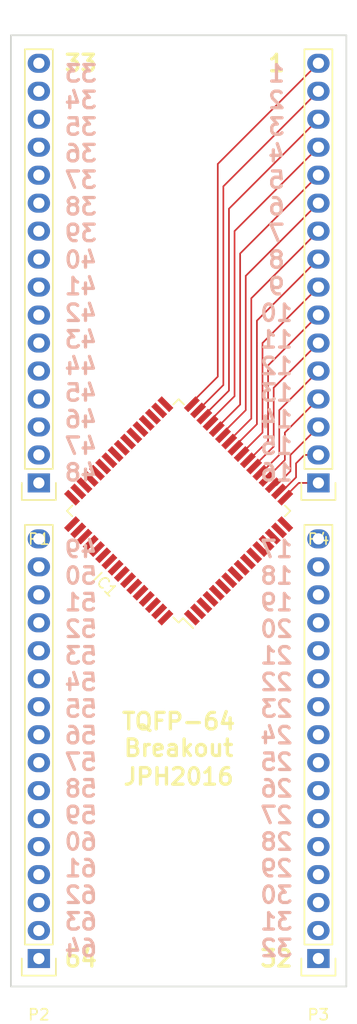
<source format=kicad_pcb>
(kicad_pcb (version 4) (host pcbnew 4.0.4-stable)

  (general
    (links 64)
    (no_connects 48)
    (area 102.87 24.13 135.89 116.84)
    (thickness 1.6)
    (drawings 15)
    (tracks 67)
    (zones 0)
    (modules 5)
    (nets 65)
  )

  (page A4)
  (layers
    (0 F.Cu signal)
    (31 B.Cu signal)
    (32 B.Adhes user)
    (33 F.Adhes user)
    (34 B.Paste user)
    (35 F.Paste user)
    (36 B.SilkS user hide)
    (37 F.SilkS user)
    (38 B.Mask user)
    (39 F.Mask user)
    (40 Dwgs.User user)
    (41 Cmts.User user)
    (42 Eco1.User user)
    (43 Eco2.User user)
    (44 Edge.Cuts user)
    (45 Margin user)
    (46 B.CrtYd user)
    (47 F.CrtYd user)
    (48 B.Fab user)
    (49 F.Fab user)
  )

  (setup
    (last_trace_width 0.1524)
    (user_trace_width 2.032)
    (trace_clearance 0.1524)
    (zone_clearance 0.508)
    (zone_45_only no)
    (trace_min 0.1524)
    (segment_width 0.2)
    (edge_width 0.15)
    (via_size 0.6858)
    (via_drill 0.3302)
    (via_min_size 0.6858)
    (via_min_drill 0.3302)
    (uvia_size 0.508)
    (uvia_drill 0.127)
    (uvias_allowed no)
    (uvia_min_size 0.508)
    (uvia_min_drill 0.127)
    (pcb_text_width 0.3)
    (pcb_text_size 1.5 1.5)
    (mod_edge_width 0.15)
    (mod_text_size 1 1)
    (mod_text_width 0.15)
    (pad_size 1.524 1.524)
    (pad_drill 0.762)
    (pad_to_mask_clearance 0.2)
    (aux_axis_origin 0 0)
    (visible_elements 7FFFFF6F)
    (pcbplotparams
      (layerselection 0x00030_80000001)
      (usegerberextensions false)
      (excludeedgelayer true)
      (linewidth 0.100000)
      (plotframeref false)
      (viasonmask false)
      (mode 1)
      (useauxorigin false)
      (hpglpennumber 1)
      (hpglpenspeed 20)
      (hpglpendiameter 15)
      (hpglpenoverlay 2)
      (psnegative false)
      (psa4output false)
      (plotreference true)
      (plotvalue true)
      (plotinvisibletext false)
      (padsonsilk false)
      (subtractmaskfromsilk false)
      (outputformat 1)
      (mirror false)
      (drillshape 1)
      (scaleselection 1)
      (outputdirectory ""))
  )

  (net 0 "")
  (net 1 /pin1)
  (net 2 /pin2)
  (net 3 /pin3)
  (net 4 /pin4)
  (net 5 /pin5)
  (net 6 /pin6)
  (net 7 /pin7)
  (net 8 /pin8)
  (net 9 /pin9)
  (net 10 /pin10)
  (net 11 /pin11)
  (net 12 /pin12)
  (net 13 /pin13)
  (net 14 /pin14)
  (net 15 /pin15)
  (net 16 /pin16)
  (net 17 /pin17)
  (net 18 /pin18)
  (net 19 /pin19)
  (net 20 /pin20)
  (net 21 /pin21)
  (net 22 /pin22)
  (net 23 /pin23)
  (net 24 /pin24)
  (net 25 /pin25)
  (net 26 /pin26)
  (net 27 /pin27)
  (net 28 /pin28)
  (net 29 /pin29)
  (net 30 /pin30)
  (net 31 /pin31)
  (net 32 /pin32)
  (net 33 /pin33)
  (net 34 /pin34)
  (net 35 /pin35)
  (net 36 /pin36)
  (net 37 /pin37)
  (net 38 /pin38)
  (net 39 /pin39)
  (net 40 /pin40)
  (net 41 /pin41)
  (net 42 /pin42)
  (net 43 /pin43)
  (net 44 /pin44)
  (net 45 /pin45)
  (net 46 /pin46)
  (net 47 /pin47)
  (net 48 /pin48)
  (net 49 /pin49)
  (net 50 /pin50)
  (net 51 /pin51)
  (net 52 /pin52)
  (net 53 /pin53)
  (net 54 /pin54)
  (net 55 /pin55)
  (net 56 /pin56)
  (net 57 /pin57)
  (net 58 /pin58)
  (net 59 /pin59)
  (net 60 /pin60)
  (net 61 /pin61)
  (net 62 /pin62)
  (net 63 /pin63)
  (net 64 /pin64)

  (net_class Default "This is the default net class."
    (clearance 0.1524)
    (trace_width 0.1524)
    (via_dia 0.6858)
    (via_drill 0.3302)
    (uvia_dia 0.508)
    (uvia_drill 0.127)
    (add_net /pin1)
    (add_net /pin10)
    (add_net /pin11)
    (add_net /pin12)
    (add_net /pin13)
    (add_net /pin14)
    (add_net /pin15)
    (add_net /pin16)
    (add_net /pin17)
    (add_net /pin18)
    (add_net /pin19)
    (add_net /pin2)
    (add_net /pin20)
    (add_net /pin21)
    (add_net /pin22)
    (add_net /pin23)
    (add_net /pin24)
    (add_net /pin25)
    (add_net /pin26)
    (add_net /pin27)
    (add_net /pin28)
    (add_net /pin29)
    (add_net /pin3)
    (add_net /pin30)
    (add_net /pin31)
    (add_net /pin32)
    (add_net /pin33)
    (add_net /pin34)
    (add_net /pin35)
    (add_net /pin36)
    (add_net /pin37)
    (add_net /pin38)
    (add_net /pin39)
    (add_net /pin4)
    (add_net /pin40)
    (add_net /pin41)
    (add_net /pin42)
    (add_net /pin43)
    (add_net /pin44)
    (add_net /pin45)
    (add_net /pin46)
    (add_net /pin47)
    (add_net /pin48)
    (add_net /pin49)
    (add_net /pin5)
    (add_net /pin50)
    (add_net /pin51)
    (add_net /pin52)
    (add_net /pin53)
    (add_net /pin54)
    (add_net /pin55)
    (add_net /pin56)
    (add_net /pin57)
    (add_net /pin58)
    (add_net /pin59)
    (add_net /pin6)
    (add_net /pin60)
    (add_net /pin61)
    (add_net /pin62)
    (add_net /pin63)
    (add_net /pin64)
    (add_net /pin7)
    (add_net /pin8)
    (add_net /pin9)
  )

  (module kicadlib:AT90USB1286_TQFP_14mm (layer F.Cu) (tedit 54130A77) (tstamp 5846F69A)
    (at 119.38 71.12 135)
    (descr "64-Lead Plastic Thin Quad Flatpack (PF) - 14x14x1 mm Body, 2.00 mm [TQFP] (see Microchip Packaging Specification 00000049BS.pdf)")
    (tags "QFP 0.8")
    (path /5846FA34)
    (attr smd)
    (fp_text reference IC1 (at 0 -9.45 135) (layer F.SilkS)
      (effects (font (size 1 1) (thickness 0.15)))
    )
    (fp_text value AT90USB1286 (at 0 9.45 135) (layer F.Fab)
      (effects (font (size 1 1) (thickness 0.15)))
    )
    (fp_text user %R (at 0 0 135) (layer F.Fab)
      (effects (font (size 1 1) (thickness 0.15)))
    )
    (fp_line (start -6 -7) (end 7 -7) (layer F.Fab) (width 0.15))
    (fp_line (start 7 -7) (end 7 7) (layer F.Fab) (width 0.15))
    (fp_line (start 7 7) (end -7 7) (layer F.Fab) (width 0.15))
    (fp_line (start -7 7) (end -7 -6) (layer F.Fab) (width 0.15))
    (fp_line (start -7 -6) (end -6 -7) (layer F.Fab) (width 0.15))
    (fp_line (start -8.7 -8.7) (end -8.7 8.7) (layer F.CrtYd) (width 0.05))
    (fp_line (start 8.7 -8.7) (end 8.7 8.7) (layer F.CrtYd) (width 0.05))
    (fp_line (start -8.7 -8.7) (end 8.7 -8.7) (layer F.CrtYd) (width 0.05))
    (fp_line (start -8.7 8.7) (end 8.7 8.7) (layer F.CrtYd) (width 0.05))
    (fp_line (start -7.175 -7.175) (end -7.175 -6.6) (layer F.SilkS) (width 0.15))
    (fp_line (start 7.175 -7.175) (end 7.175 -6.5) (layer F.SilkS) (width 0.15))
    (fp_line (start 7.175 7.175) (end 7.175 6.5) (layer F.SilkS) (width 0.15))
    (fp_line (start -7.175 7.175) (end -7.175 6.5) (layer F.SilkS) (width 0.15))
    (fp_line (start -7.175 -7.175) (end -6.5 -7.175) (layer F.SilkS) (width 0.15))
    (fp_line (start -7.175 7.175) (end -6.5 7.175) (layer F.SilkS) (width 0.15))
    (fp_line (start 7.175 7.175) (end 6.5 7.175) (layer F.SilkS) (width 0.15))
    (fp_line (start 7.175 -7.175) (end 6.5 -7.175) (layer F.SilkS) (width 0.15))
    (fp_line (start -7.175 -6.6) (end -8.45 -6.6) (layer F.SilkS) (width 0.15))
    (pad 1 smd rect (at -7.7 -6 135) (size 1.5 0.55) (layers F.Cu F.Paste F.Mask)
      (net 1 /pin1))
    (pad 2 smd rect (at -7.7 -5.2 135) (size 1.5 0.55) (layers F.Cu F.Paste F.Mask)
      (net 2 /pin2))
    (pad 3 smd rect (at -7.7 -4.4 135) (size 1.5 0.55) (layers F.Cu F.Paste F.Mask)
      (net 3 /pin3))
    (pad 4 smd rect (at -7.7 -3.6 135) (size 1.5 0.55) (layers F.Cu F.Paste F.Mask)
      (net 4 /pin4))
    (pad 5 smd rect (at -7.7 -2.8 135) (size 1.5 0.55) (layers F.Cu F.Paste F.Mask)
      (net 5 /pin5))
    (pad 6 smd rect (at -7.7 -2 135) (size 1.5 0.55) (layers F.Cu F.Paste F.Mask)
      (net 6 /pin6))
    (pad 7 smd rect (at -7.7 -1.2 135) (size 1.5 0.55) (layers F.Cu F.Paste F.Mask)
      (net 7 /pin7))
    (pad 8 smd rect (at -7.7 -0.4 135) (size 1.5 0.55) (layers F.Cu F.Paste F.Mask)
      (net 8 /pin8))
    (pad 9 smd rect (at -7.7 0.4 135) (size 1.5 0.55) (layers F.Cu F.Paste F.Mask)
      (net 9 /pin9))
    (pad 10 smd rect (at -7.7 1.2 135) (size 1.5 0.55) (layers F.Cu F.Paste F.Mask)
      (net 10 /pin10))
    (pad 11 smd rect (at -7.7 2 135) (size 1.5 0.55) (layers F.Cu F.Paste F.Mask)
      (net 11 /pin11))
    (pad 12 smd rect (at -7.7 2.8 135) (size 1.5 0.55) (layers F.Cu F.Paste F.Mask)
      (net 12 /pin12))
    (pad 13 smd rect (at -7.7 3.6 135) (size 1.5 0.55) (layers F.Cu F.Paste F.Mask)
      (net 13 /pin13))
    (pad 14 smd rect (at -7.7 4.4 135) (size 1.5 0.55) (layers F.Cu F.Paste F.Mask)
      (net 14 /pin14))
    (pad 15 smd rect (at -7.7 5.2 135) (size 1.5 0.55) (layers F.Cu F.Paste F.Mask)
      (net 15 /pin15))
    (pad 16 smd rect (at -7.7 6 135) (size 1.5 0.55) (layers F.Cu F.Paste F.Mask)
      (net 16 /pin16))
    (pad 17 smd rect (at -6 7.7 225) (size 1.5 0.55) (layers F.Cu F.Paste F.Mask)
      (net 17 /pin17))
    (pad 18 smd rect (at -5.2 7.7 225) (size 1.5 0.55) (layers F.Cu F.Paste F.Mask)
      (net 18 /pin18))
    (pad 19 smd rect (at -4.4 7.7 225) (size 1.5 0.55) (layers F.Cu F.Paste F.Mask)
      (net 19 /pin19))
    (pad 20 smd rect (at -3.6 7.7 225) (size 1.5 0.55) (layers F.Cu F.Paste F.Mask)
      (net 20 /pin20))
    (pad 21 smd rect (at -2.8 7.7 225) (size 1.5 0.55) (layers F.Cu F.Paste F.Mask)
      (net 21 /pin21))
    (pad 22 smd rect (at -2 7.7 225) (size 1.5 0.55) (layers F.Cu F.Paste F.Mask)
      (net 22 /pin22))
    (pad 23 smd rect (at -1.2 7.7 225) (size 1.5 0.55) (layers F.Cu F.Paste F.Mask)
      (net 23 /pin23))
    (pad 24 smd rect (at -0.4 7.7 225) (size 1.5 0.55) (layers F.Cu F.Paste F.Mask)
      (net 24 /pin24))
    (pad 25 smd rect (at 0.4 7.7 225) (size 1.5 0.55) (layers F.Cu F.Paste F.Mask)
      (net 25 /pin25))
    (pad 26 smd rect (at 1.2 7.7 225) (size 1.5 0.55) (layers F.Cu F.Paste F.Mask)
      (net 26 /pin26))
    (pad 27 smd rect (at 2 7.7 225) (size 1.5 0.55) (layers F.Cu F.Paste F.Mask)
      (net 27 /pin27))
    (pad 28 smd rect (at 2.8 7.7 225) (size 1.5 0.55) (layers F.Cu F.Paste F.Mask)
      (net 28 /pin28))
    (pad 29 smd rect (at 3.6 7.7 225) (size 1.5 0.55) (layers F.Cu F.Paste F.Mask)
      (net 29 /pin29))
    (pad 30 smd rect (at 4.4 7.7 225) (size 1.5 0.55) (layers F.Cu F.Paste F.Mask)
      (net 30 /pin30))
    (pad 31 smd rect (at 5.2 7.7 225) (size 1.5 0.55) (layers F.Cu F.Paste F.Mask)
      (net 31 /pin31))
    (pad 32 smd rect (at 6 7.7 225) (size 1.5 0.55) (layers F.Cu F.Paste F.Mask)
      (net 32 /pin32))
    (pad 33 smd rect (at 7.7 6 135) (size 1.5 0.55) (layers F.Cu F.Paste F.Mask)
      (net 33 /pin33))
    (pad 34 smd rect (at 7.7 5.2 135) (size 1.5 0.55) (layers F.Cu F.Paste F.Mask)
      (net 34 /pin34))
    (pad 35 smd rect (at 7.7 4.4 135) (size 1.5 0.55) (layers F.Cu F.Paste F.Mask)
      (net 35 /pin35))
    (pad 36 smd rect (at 7.7 3.6 135) (size 1.5 0.55) (layers F.Cu F.Paste F.Mask)
      (net 36 /pin36))
    (pad 37 smd rect (at 7.7 2.8 135) (size 1.5 0.55) (layers F.Cu F.Paste F.Mask)
      (net 37 /pin37))
    (pad 38 smd rect (at 7.7 2 135) (size 1.5 0.55) (layers F.Cu F.Paste F.Mask)
      (net 38 /pin38))
    (pad 39 smd rect (at 7.7 1.2 135) (size 1.5 0.55) (layers F.Cu F.Paste F.Mask)
      (net 39 /pin39))
    (pad 40 smd rect (at 7.7 0.4 135) (size 1.5 0.55) (layers F.Cu F.Paste F.Mask)
      (net 40 /pin40))
    (pad 41 smd rect (at 7.7 -0.4 135) (size 1.5 0.55) (layers F.Cu F.Paste F.Mask)
      (net 41 /pin41))
    (pad 42 smd rect (at 7.7 -1.2 135) (size 1.5 0.55) (layers F.Cu F.Paste F.Mask)
      (net 42 /pin42))
    (pad 43 smd rect (at 7.7 -2 135) (size 1.5 0.55) (layers F.Cu F.Paste F.Mask)
      (net 43 /pin43))
    (pad 44 smd rect (at 7.7 -2.8 135) (size 1.5 0.55) (layers F.Cu F.Paste F.Mask)
      (net 44 /pin44))
    (pad 45 smd rect (at 7.7 -3.6 135) (size 1.5 0.55) (layers F.Cu F.Paste F.Mask)
      (net 45 /pin45))
    (pad 46 smd rect (at 7.7 -4.4 135) (size 1.5 0.55) (layers F.Cu F.Paste F.Mask)
      (net 46 /pin46))
    (pad 47 smd rect (at 7.7 -5.2 135) (size 1.5 0.55) (layers F.Cu F.Paste F.Mask)
      (net 47 /pin47))
    (pad 48 smd rect (at 7.7 -6 135) (size 1.5 0.55) (layers F.Cu F.Paste F.Mask)
      (net 48 /pin48))
    (pad 49 smd rect (at 6 -7.7 225) (size 1.5 0.55) (layers F.Cu F.Paste F.Mask)
      (net 49 /pin49))
    (pad 50 smd rect (at 5.2 -7.7 225) (size 1.5 0.55) (layers F.Cu F.Paste F.Mask)
      (net 50 /pin50))
    (pad 51 smd rect (at 4.4 -7.7 225) (size 1.5 0.55) (layers F.Cu F.Paste F.Mask)
      (net 51 /pin51))
    (pad 52 smd rect (at 3.6 -7.7 225) (size 1.5 0.55) (layers F.Cu F.Paste F.Mask)
      (net 52 /pin52))
    (pad 53 smd rect (at 2.8 -7.7 225) (size 1.5 0.55) (layers F.Cu F.Paste F.Mask)
      (net 53 /pin53))
    (pad 54 smd rect (at 2 -7.7 225) (size 1.5 0.55) (layers F.Cu F.Paste F.Mask)
      (net 54 /pin54))
    (pad 55 smd rect (at 1.2 -7.7 225) (size 1.5 0.55) (layers F.Cu F.Paste F.Mask)
      (net 55 /pin55))
    (pad 56 smd rect (at 0.4 -7.7 225) (size 1.5 0.55) (layers F.Cu F.Paste F.Mask)
      (net 56 /pin56))
    (pad 57 smd rect (at -0.4 -7.7 225) (size 1.5 0.55) (layers F.Cu F.Paste F.Mask)
      (net 57 /pin57))
    (pad 58 smd rect (at -1.2 -7.7 225) (size 1.5 0.55) (layers F.Cu F.Paste F.Mask)
      (net 58 /pin58))
    (pad 59 smd rect (at -2 -7.7 225) (size 1.5 0.55) (layers F.Cu F.Paste F.Mask)
      (net 59 /pin59))
    (pad 60 smd rect (at -2.8 -7.7 225) (size 1.5 0.55) (layers F.Cu F.Paste F.Mask)
      (net 60 /pin60))
    (pad 61 smd rect (at -3.6 -7.7 225) (size 1.5 0.55) (layers F.Cu F.Paste F.Mask)
      (net 61 /pin61))
    (pad 62 smd rect (at -4.4 -7.7 225) (size 1.5 0.55) (layers F.Cu F.Paste F.Mask)
      (net 62 /pin62))
    (pad 63 smd rect (at -5.2 -7.7 225) (size 1.5 0.55) (layers F.Cu F.Paste F.Mask)
      (net 63 /pin63))
    (pad 64 smd rect (at -6 -7.7 225) (size 1.5 0.55) (layers F.Cu F.Paste F.Mask)
      (net 64 /pin64))
    (model Housings_QFP.3dshapes/TQFP-64_14x14mm_Pitch0.8mm.wrl
      (at (xyz 0 0 0))
      (scale (xyz 1 1 1))
      (rotate (xyz 0 0 0))
    )
  )

  (module Pin_Headers:Pin_Header_Straight_1x16 (layer F.Cu) (tedit 5846F749) (tstamp 5846F9F4)
    (at 106.68 68.58 180)
    (descr "Through hole pin header")
    (tags "pin header")
    (path /58470D5C)
    (fp_text reference P1 (at 0 -5.1 180) (layer F.SilkS)
      (effects (font (size 1 1) (thickness 0.15)))
    )
    (fp_text value CONN_16 (at 0 -2.54 360) (layer F.Fab)
      (effects (font (size 1 1) (thickness 0.15)))
    )
    (fp_line (start -1.75 -1.75) (end -1.75 39.85) (layer F.CrtYd) (width 0.05))
    (fp_line (start 1.75 -1.75) (end 1.75 39.85) (layer F.CrtYd) (width 0.05))
    (fp_line (start -1.75 -1.75) (end 1.75 -1.75) (layer F.CrtYd) (width 0.05))
    (fp_line (start -1.75 39.85) (end 1.75 39.85) (layer F.CrtYd) (width 0.05))
    (fp_line (start -1.27 1.27) (end -1.27 39.37) (layer F.SilkS) (width 0.15))
    (fp_line (start -1.27 39.37) (end 1.27 39.37) (layer F.SilkS) (width 0.15))
    (fp_line (start 1.27 39.37) (end 1.27 1.27) (layer F.SilkS) (width 0.15))
    (fp_line (start 1.55 -1.55) (end 1.55 0) (layer F.SilkS) (width 0.15))
    (fp_line (start 1.27 1.27) (end -1.27 1.27) (layer F.SilkS) (width 0.15))
    (fp_line (start -1.55 0) (end -1.55 -1.55) (layer F.SilkS) (width 0.15))
    (fp_line (start -1.55 -1.55) (end 1.55 -1.55) (layer F.SilkS) (width 0.15))
    (pad 1 thru_hole rect (at 0 0 180) (size 2.032 1.7272) (drill 1.016) (layers *.Cu *.Mask)
      (net 48 /pin48))
    (pad 2 thru_hole oval (at 0 2.54 180) (size 2.032 1.7272) (drill 1.016) (layers *.Cu *.Mask)
      (net 47 /pin47))
    (pad 3 thru_hole oval (at 0 5.08 180) (size 2.032 1.7272) (drill 1.016) (layers *.Cu *.Mask)
      (net 46 /pin46))
    (pad 4 thru_hole oval (at 0 7.62 180) (size 2.032 1.7272) (drill 1.016) (layers *.Cu *.Mask)
      (net 45 /pin45))
    (pad 5 thru_hole oval (at 0 10.16 180) (size 2.032 1.7272) (drill 1.016) (layers *.Cu *.Mask)
      (net 44 /pin44))
    (pad 6 thru_hole oval (at 0 12.7 180) (size 2.032 1.7272) (drill 1.016) (layers *.Cu *.Mask)
      (net 43 /pin43))
    (pad 7 thru_hole oval (at 0 15.24 180) (size 2.032 1.7272) (drill 1.016) (layers *.Cu *.Mask)
      (net 42 /pin42))
    (pad 8 thru_hole oval (at 0 17.78 180) (size 2.032 1.7272) (drill 1.016) (layers *.Cu *.Mask)
      (net 41 /pin41))
    (pad 9 thru_hole oval (at 0 20.32 180) (size 2.032 1.7272) (drill 1.016) (layers *.Cu *.Mask)
      (net 40 /pin40))
    (pad 10 thru_hole oval (at 0 22.86 180) (size 2.032 1.7272) (drill 1.016) (layers *.Cu *.Mask)
      (net 39 /pin39))
    (pad 11 thru_hole oval (at 0 25.4 180) (size 2.032 1.7272) (drill 1.016) (layers *.Cu *.Mask)
      (net 38 /pin38))
    (pad 12 thru_hole oval (at 0 27.94 180) (size 2.032 1.7272) (drill 1.016) (layers *.Cu *.Mask)
      (net 37 /pin37))
    (pad 13 thru_hole oval (at 0 30.48 180) (size 2.032 1.7272) (drill 1.016) (layers *.Cu *.Mask)
      (net 36 /pin36))
    (pad 14 thru_hole oval (at 0 33.02 180) (size 2.032 1.7272) (drill 1.016) (layers *.Cu *.Mask)
      (net 35 /pin35))
    (pad 15 thru_hole oval (at 0 35.56 180) (size 2.032 1.7272) (drill 1.016) (layers *.Cu *.Mask)
      (net 34 /pin34))
    (pad 16 thru_hole oval (at 0 38.1 180) (size 2.032 1.7272) (drill 1.016) (layers *.Cu *.Mask)
      (net 33 /pin33))
    (model Pin_Headers.3dshapes/Pin_Header_Straight_1x16.wrl
      (at (xyz 0 -0.75 0))
      (scale (xyz 1 1 1))
      (rotate (xyz 0 0 90))
    )
  )

  (module Pin_Headers:Pin_Header_Straight_1x16 (layer F.Cu) (tedit 0) (tstamp 5846FA08)
    (at 106.68 111.76 180)
    (descr "Through hole pin header")
    (tags "pin header")
    (path /58470D8D)
    (fp_text reference P2 (at 0 -5.1 180) (layer F.SilkS)
      (effects (font (size 1 1) (thickness 0.15)))
    )
    (fp_text value CONN_16 (at 0 -3.1 180) (layer F.Fab)
      (effects (font (size 1 1) (thickness 0.15)))
    )
    (fp_line (start -1.75 -1.75) (end -1.75 39.85) (layer F.CrtYd) (width 0.05))
    (fp_line (start 1.75 -1.75) (end 1.75 39.85) (layer F.CrtYd) (width 0.05))
    (fp_line (start -1.75 -1.75) (end 1.75 -1.75) (layer F.CrtYd) (width 0.05))
    (fp_line (start -1.75 39.85) (end 1.75 39.85) (layer F.CrtYd) (width 0.05))
    (fp_line (start -1.27 1.27) (end -1.27 39.37) (layer F.SilkS) (width 0.15))
    (fp_line (start -1.27 39.37) (end 1.27 39.37) (layer F.SilkS) (width 0.15))
    (fp_line (start 1.27 39.37) (end 1.27 1.27) (layer F.SilkS) (width 0.15))
    (fp_line (start 1.55 -1.55) (end 1.55 0) (layer F.SilkS) (width 0.15))
    (fp_line (start 1.27 1.27) (end -1.27 1.27) (layer F.SilkS) (width 0.15))
    (fp_line (start -1.55 0) (end -1.55 -1.55) (layer F.SilkS) (width 0.15))
    (fp_line (start -1.55 -1.55) (end 1.55 -1.55) (layer F.SilkS) (width 0.15))
    (pad 1 thru_hole rect (at 0 0 180) (size 2.032 1.7272) (drill 1.016) (layers *.Cu *.Mask)
      (net 64 /pin64))
    (pad 2 thru_hole oval (at 0 2.54 180) (size 2.032 1.7272) (drill 1.016) (layers *.Cu *.Mask)
      (net 63 /pin63))
    (pad 3 thru_hole oval (at 0 5.08 180) (size 2.032 1.7272) (drill 1.016) (layers *.Cu *.Mask)
      (net 62 /pin62))
    (pad 4 thru_hole oval (at 0 7.62 180) (size 2.032 1.7272) (drill 1.016) (layers *.Cu *.Mask)
      (net 61 /pin61))
    (pad 5 thru_hole oval (at 0 10.16 180) (size 2.032 1.7272) (drill 1.016) (layers *.Cu *.Mask)
      (net 60 /pin60))
    (pad 6 thru_hole oval (at 0 12.7 180) (size 2.032 1.7272) (drill 1.016) (layers *.Cu *.Mask)
      (net 59 /pin59))
    (pad 7 thru_hole oval (at 0 15.24 180) (size 2.032 1.7272) (drill 1.016) (layers *.Cu *.Mask)
      (net 58 /pin58))
    (pad 8 thru_hole oval (at 0 17.78 180) (size 2.032 1.7272) (drill 1.016) (layers *.Cu *.Mask)
      (net 57 /pin57))
    (pad 9 thru_hole oval (at 0 20.32 180) (size 2.032 1.7272) (drill 1.016) (layers *.Cu *.Mask)
      (net 56 /pin56))
    (pad 10 thru_hole oval (at 0 22.86 180) (size 2.032 1.7272) (drill 1.016) (layers *.Cu *.Mask)
      (net 55 /pin55))
    (pad 11 thru_hole oval (at 0 25.4 180) (size 2.032 1.7272) (drill 1.016) (layers *.Cu *.Mask)
      (net 54 /pin54))
    (pad 12 thru_hole oval (at 0 27.94 180) (size 2.032 1.7272) (drill 1.016) (layers *.Cu *.Mask)
      (net 53 /pin53))
    (pad 13 thru_hole oval (at 0 30.48 180) (size 2.032 1.7272) (drill 1.016) (layers *.Cu *.Mask)
      (net 52 /pin52))
    (pad 14 thru_hole oval (at 0 33.02 180) (size 2.032 1.7272) (drill 1.016) (layers *.Cu *.Mask)
      (net 51 /pin51))
    (pad 15 thru_hole oval (at 0 35.56 180) (size 2.032 1.7272) (drill 1.016) (layers *.Cu *.Mask)
      (net 50 /pin50))
    (pad 16 thru_hole oval (at 0 38.1 180) (size 2.032 1.7272) (drill 1.016) (layers *.Cu *.Mask)
      (net 49 /pin49))
    (model Pin_Headers.3dshapes/Pin_Header_Straight_1x16.wrl
      (at (xyz 0 -0.75 0))
      (scale (xyz 1 1 1))
      (rotate (xyz 0 0 90))
    )
  )

  (module Pin_Headers:Pin_Header_Straight_1x16 (layer F.Cu) (tedit 0) (tstamp 5846FA1C)
    (at 132.08 111.76 180)
    (descr "Through hole pin header")
    (tags "pin header")
    (path /58470DD0)
    (fp_text reference P3 (at 0 -5.1 180) (layer F.SilkS)
      (effects (font (size 1 1) (thickness 0.15)))
    )
    (fp_text value CONN_16 (at 0 -3.1 180) (layer F.Fab)
      (effects (font (size 1 1) (thickness 0.15)))
    )
    (fp_line (start -1.75 -1.75) (end -1.75 39.85) (layer F.CrtYd) (width 0.05))
    (fp_line (start 1.75 -1.75) (end 1.75 39.85) (layer F.CrtYd) (width 0.05))
    (fp_line (start -1.75 -1.75) (end 1.75 -1.75) (layer F.CrtYd) (width 0.05))
    (fp_line (start -1.75 39.85) (end 1.75 39.85) (layer F.CrtYd) (width 0.05))
    (fp_line (start -1.27 1.27) (end -1.27 39.37) (layer F.SilkS) (width 0.15))
    (fp_line (start -1.27 39.37) (end 1.27 39.37) (layer F.SilkS) (width 0.15))
    (fp_line (start 1.27 39.37) (end 1.27 1.27) (layer F.SilkS) (width 0.15))
    (fp_line (start 1.55 -1.55) (end 1.55 0) (layer F.SilkS) (width 0.15))
    (fp_line (start 1.27 1.27) (end -1.27 1.27) (layer F.SilkS) (width 0.15))
    (fp_line (start -1.55 0) (end -1.55 -1.55) (layer F.SilkS) (width 0.15))
    (fp_line (start -1.55 -1.55) (end 1.55 -1.55) (layer F.SilkS) (width 0.15))
    (pad 1 thru_hole rect (at 0 0 180) (size 2.032 1.7272) (drill 1.016) (layers *.Cu *.Mask)
      (net 1 /pin1))
    (pad 2 thru_hole oval (at 0 2.54 180) (size 2.032 1.7272) (drill 1.016) (layers *.Cu *.Mask)
      (net 2 /pin2))
    (pad 3 thru_hole oval (at 0 5.08 180) (size 2.032 1.7272) (drill 1.016) (layers *.Cu *.Mask)
      (net 3 /pin3))
    (pad 4 thru_hole oval (at 0 7.62 180) (size 2.032 1.7272) (drill 1.016) (layers *.Cu *.Mask)
      (net 4 /pin4))
    (pad 5 thru_hole oval (at 0 10.16 180) (size 2.032 1.7272) (drill 1.016) (layers *.Cu *.Mask)
      (net 5 /pin5))
    (pad 6 thru_hole oval (at 0 12.7 180) (size 2.032 1.7272) (drill 1.016) (layers *.Cu *.Mask)
      (net 6 /pin6))
    (pad 7 thru_hole oval (at 0 15.24 180) (size 2.032 1.7272) (drill 1.016) (layers *.Cu *.Mask)
      (net 7 /pin7))
    (pad 8 thru_hole oval (at 0 17.78 180) (size 2.032 1.7272) (drill 1.016) (layers *.Cu *.Mask)
      (net 8 /pin8))
    (pad 9 thru_hole oval (at 0 20.32 180) (size 2.032 1.7272) (drill 1.016) (layers *.Cu *.Mask)
      (net 9 /pin9))
    (pad 10 thru_hole oval (at 0 22.86 180) (size 2.032 1.7272) (drill 1.016) (layers *.Cu *.Mask)
      (net 10 /pin10))
    (pad 11 thru_hole oval (at 0 25.4 180) (size 2.032 1.7272) (drill 1.016) (layers *.Cu *.Mask)
      (net 11 /pin11))
    (pad 12 thru_hole oval (at 0 27.94 180) (size 2.032 1.7272) (drill 1.016) (layers *.Cu *.Mask)
      (net 12 /pin12))
    (pad 13 thru_hole oval (at 0 30.48 180) (size 2.032 1.7272) (drill 1.016) (layers *.Cu *.Mask)
      (net 13 /pin13))
    (pad 14 thru_hole oval (at 0 33.02 180) (size 2.032 1.7272) (drill 1.016) (layers *.Cu *.Mask)
      (net 14 /pin14))
    (pad 15 thru_hole oval (at 0 35.56 180) (size 2.032 1.7272) (drill 1.016) (layers *.Cu *.Mask)
      (net 15 /pin15))
    (pad 16 thru_hole oval (at 0 38.1 180) (size 2.032 1.7272) (drill 1.016) (layers *.Cu *.Mask)
      (net 16 /pin16))
    (model Pin_Headers.3dshapes/Pin_Header_Straight_1x16.wrl
      (at (xyz 0 -0.75 0))
      (scale (xyz 1 1 1))
      (rotate (xyz 0 0 90))
    )
  )

  (module Pin_Headers:Pin_Header_Straight_1x16 (layer F.Cu) (tedit 0) (tstamp 5846FA30)
    (at 132.08 68.58 180)
    (descr "Through hole pin header")
    (tags "pin header")
    (path /58470E26)
    (fp_text reference P4 (at 0 -5.1 180) (layer F.SilkS)
      (effects (font (size 1 1) (thickness 0.15)))
    )
    (fp_text value CONN_16 (at 0 -3.1 180) (layer F.Fab)
      (effects (font (size 1 1) (thickness 0.15)))
    )
    (fp_line (start -1.75 -1.75) (end -1.75 39.85) (layer F.CrtYd) (width 0.05))
    (fp_line (start 1.75 -1.75) (end 1.75 39.85) (layer F.CrtYd) (width 0.05))
    (fp_line (start -1.75 -1.75) (end 1.75 -1.75) (layer F.CrtYd) (width 0.05))
    (fp_line (start -1.75 39.85) (end 1.75 39.85) (layer F.CrtYd) (width 0.05))
    (fp_line (start -1.27 1.27) (end -1.27 39.37) (layer F.SilkS) (width 0.15))
    (fp_line (start -1.27 39.37) (end 1.27 39.37) (layer F.SilkS) (width 0.15))
    (fp_line (start 1.27 39.37) (end 1.27 1.27) (layer F.SilkS) (width 0.15))
    (fp_line (start 1.55 -1.55) (end 1.55 0) (layer F.SilkS) (width 0.15))
    (fp_line (start 1.27 1.27) (end -1.27 1.27) (layer F.SilkS) (width 0.15))
    (fp_line (start -1.55 0) (end -1.55 -1.55) (layer F.SilkS) (width 0.15))
    (fp_line (start -1.55 -1.55) (end 1.55 -1.55) (layer F.SilkS) (width 0.15))
    (pad 1 thru_hole rect (at 0 0 180) (size 2.032 1.7272) (drill 1.016) (layers *.Cu *.Mask)
      (net 17 /pin17))
    (pad 2 thru_hole oval (at 0 2.54 180) (size 2.032 1.7272) (drill 1.016) (layers *.Cu *.Mask)
      (net 18 /pin18))
    (pad 3 thru_hole oval (at 0 5.08 180) (size 2.032 1.7272) (drill 1.016) (layers *.Cu *.Mask)
      (net 19 /pin19))
    (pad 4 thru_hole oval (at 0 7.62 180) (size 2.032 1.7272) (drill 1.016) (layers *.Cu *.Mask)
      (net 20 /pin20))
    (pad 5 thru_hole oval (at 0 10.16 180) (size 2.032 1.7272) (drill 1.016) (layers *.Cu *.Mask)
      (net 21 /pin21))
    (pad 6 thru_hole oval (at 0 12.7 180) (size 2.032 1.7272) (drill 1.016) (layers *.Cu *.Mask)
      (net 22 /pin22))
    (pad 7 thru_hole oval (at 0 15.24 180) (size 2.032 1.7272) (drill 1.016) (layers *.Cu *.Mask)
      (net 23 /pin23))
    (pad 8 thru_hole oval (at 0 17.78 180) (size 2.032 1.7272) (drill 1.016) (layers *.Cu *.Mask)
      (net 24 /pin24))
    (pad 9 thru_hole oval (at 0 20.32 180) (size 2.032 1.7272) (drill 1.016) (layers *.Cu *.Mask)
      (net 25 /pin25))
    (pad 10 thru_hole oval (at 0 22.86 180) (size 2.032 1.7272) (drill 1.016) (layers *.Cu *.Mask)
      (net 26 /pin26))
    (pad 11 thru_hole oval (at 0 25.4 180) (size 2.032 1.7272) (drill 1.016) (layers *.Cu *.Mask)
      (net 27 /pin27))
    (pad 12 thru_hole oval (at 0 27.94 180) (size 2.032 1.7272) (drill 1.016) (layers *.Cu *.Mask)
      (net 28 /pin28))
    (pad 13 thru_hole oval (at 0 30.48 180) (size 2.032 1.7272) (drill 1.016) (layers *.Cu *.Mask)
      (net 29 /pin29))
    (pad 14 thru_hole oval (at 0 33.02 180) (size 2.032 1.7272) (drill 1.016) (layers *.Cu *.Mask)
      (net 30 /pin30))
    (pad 15 thru_hole oval (at 0 35.56 180) (size 2.032 1.7272) (drill 1.016) (layers *.Cu *.Mask)
      (net 31 /pin31))
    (pad 16 thru_hole oval (at 0 38.1 180) (size 2.032 1.7272) (drill 1.016) (layers *.Cu *.Mask)
      (net 32 /pin32))
    (model Pin_Headers.3dshapes/Pin_Header_Straight_1x16.wrl
      (at (xyz 0 -0.75 0))
      (scale (xyz 1 1 1))
      (rotate (xyz 0 0 90))
    )
  )

  (gr_line (start 104.14 114.3) (end 104.14 27.94) (angle 90) (layer Edge.Cuts) (width 0.15))
  (gr_line (start 134.62 114.3) (end 104.14 114.3) (angle 90) (layer Edge.Cuts) (width 0.15))
  (gr_line (start 134.62 27.94) (end 134.62 114.3) (angle 90) (layer Edge.Cuts) (width 0.15))
  (gr_line (start 104.14 27.94) (end 134.62 27.94) (angle 90) (layer Edge.Cuts) (width 0.15))
  (gr_text JPH2016 (at 119.38 95.25) (layer F.SilkS)
    (effects (font (size 1.5 1.5) (thickness 0.3)))
  )
  (gr_text "TQFP-64\nBreakout" (at 119.38 91.44) (layer F.SilkS)
    (effects (font (size 1.5 1.5) (thickness 0.3)))
  )
  (gr_text 64 (at 110.49 111.76) (layer F.SilkS)
    (effects (font (size 1.5 1.5) (thickness 0.3)))
  )
  (gr_text 32 (at 128.27 111.76) (layer F.SilkS)
    (effects (font (size 1.5 1.5) (thickness 0.3)))
  )
  (gr_text 33 (at 110.49 30.48) (layer F.SilkS)
    (effects (font (size 1.5 1.5) (thickness 0.3)))
  )
  (gr_text 1 (at 128.27 30.48) (layer F.SilkS)
    (effects (font (size 1.5 1.5) (thickness 0.3)))
  )
  (gr_text "49\n50\n51\n52\n53\n54\n55\n56\n57\n58\n59\n60\n61\n62\n63\n64" (at 110.49 92.71) (layer B.SilkS)
    (effects (font (size 1.5 1.5) (thickness 0.3)) (justify mirror))
  )
  (gr_text "33\n34\n35\n36\n37\n38\n39\n40\n41\n42\n43\n44\n45\n46\n47\n48" (at 110.49 49.53) (layer B.SilkS)
    (effects (font (size 1.5 1.5) (thickness 0.3)) (justify mirror))
  )
  (gr_text "17\n18\n19\n20\n21\n22\n23\n24\n25\n26\n27\n28\n29\n30\n31\n32" (at 128.27 92.71) (layer B.SilkS)
    (effects (font (size 1.5 1.5) (thickness 0.3)) (justify mirror))
  )
  (gr_text "1\n2\n3\n4\n5\n6\n7\n8\n9\n10\n11\n12\n13\n14\n15\n16" (at 128.27 49.53) (layer B.SilkS)
    (effects (font (size 1.5 1.5) (thickness 0.3)) (justify mirror))
  )
  (dimension 25.4 (width 0.3) (layer Cmts.User)
    (gr_text "1.0000 in" (at 119.38 26.59) (layer Cmts.User)
      (effects (font (size 1.5 1.5) (thickness 0.3)))
    )
    (feature1 (pts (xy 132.08 30.48) (xy 132.08 25.24)))
    (feature2 (pts (xy 106.68 30.48) (xy 106.68 25.24)))
    (crossbar (pts (xy 106.68 27.94) (xy 132.08 27.94)))
    (arrow1a (pts (xy 132.08 27.94) (xy 130.953496 28.526421)))
    (arrow1b (pts (xy 132.08 27.94) (xy 130.953496 27.353579)))
    (arrow2a (pts (xy 106.68 27.94) (xy 107.806504 28.526421)))
    (arrow2b (pts (xy 106.68 27.94) (xy 107.806504 27.353579)))
  )

  (segment (start 129.067363 69.917918) (end 129.067363 69.814637) (width 0.1524) (layer F.Cu) (net 17) (status C00000))
  (segment (start 129.067363 69.814637) (end 130.302 68.58) (width 0.1524) (layer F.Cu) (net 17) (tstamp 5846FB32) (status 400000))
  (segment (start 130.302 68.58) (end 132.08 68.58) (width 0.1524) (layer F.Cu) (net 17) (tstamp 5846FB33) (status 800000))
  (segment (start 128.501677 69.352233) (end 128.767767 69.352233) (width 0.1524) (layer F.Cu) (net 18) (status C00000))
  (segment (start 128.767767 69.352233) (end 130.048 68.072) (width 0.1524) (layer F.Cu) (net 18) (tstamp 5846FB37) (status 400000))
  (segment (start 130.048 68.072) (end 130.048 66.802) (width 0.1524) (layer F.Cu) (net 18) (tstamp 5846FB38))
  (segment (start 130.048 66.802) (end 130.81 66.04) (width 0.1524) (layer F.Cu) (net 18) (tstamp 5846FB3A))
  (segment (start 130.81 66.04) (end 132.08 66.04) (width 0.1524) (layer F.Cu) (net 18) (tstamp 5846FB3B) (status 800000))
  (segment (start 127.935992 68.786548) (end 128.26665 68.786548) (width 0.1524) (layer F.Cu) (net 19) (status C00000))
  (segment (start 128.26665 68.786548) (end 129.54 67.513198) (width 0.1524) (layer F.Cu) (net 19) (tstamp 5846FB43) (status 400000))
  (segment (start 129.54 67.513198) (end 129.54 66.04) (width 0.1524) (layer F.Cu) (net 19) (tstamp 5846FB44))
  (segment (start 129.54 66.04) (end 132.08 63.5) (width 0.1524) (layer F.Cu) (net 19) (tstamp 5846FB46) (status 800000))
  (segment (start 127.370307 68.220862) (end 127.370307 68.158891) (width 0.1524) (layer F.Cu) (net 20) (status C00000))
  (segment (start 127.370307 68.158891) (end 129.032 66.497198) (width 0.1524) (layer F.Cu) (net 20) (tstamp 5846FB4A) (status 400000))
  (segment (start 129.032 66.497198) (end 129.032 64.008) (width 0.1524) (layer F.Cu) (net 20) (tstamp 5846FB4B))
  (segment (start 129.032 64.008) (end 132.08 60.96) (width 0.1524) (layer F.Cu) (net 20) (tstamp 5846FB4D) (status 800000))
  (segment (start 126.804621 67.655177) (end 126.908823 67.655177) (width 0.1524) (layer F.Cu) (net 21) (status C00000))
  (segment (start 126.908823 67.655177) (end 128.524 66.04) (width 0.1524) (layer F.Cu) (net 21) (tstamp 5846FB51) (status 400000))
  (segment (start 128.524 66.04) (end 128.524 61.976) (width 0.1524) (layer F.Cu) (net 21) (tstamp 5846FB52))
  (segment (start 128.524 61.976) (end 132.08 58.42) (width 0.1524) (layer F.Cu) (net 21) (tstamp 5846FB54) (status 800000))
  (segment (start 126.238936 67.089491) (end 126.238936 67.055064) (width 0.1524) (layer F.Cu) (net 22) (status C00000))
  (segment (start 126.238936 67.055064) (end 128.016 65.278) (width 0.1524) (layer F.Cu) (net 22) (tstamp 5846FB58) (status 400000))
  (segment (start 128.016 65.278) (end 128.016 59.944) (width 0.1524) (layer F.Cu) (net 22) (tstamp 5846FB59))
  (segment (start 128.016 59.944) (end 132.08 55.88) (width 0.1524) (layer F.Cu) (net 22) (tstamp 5846FB5B) (status 800000))
  (segment (start 125.67325 66.523806) (end 125.754194 66.523806) (width 0.1524) (layer F.Cu) (net 23) (status C00000))
  (segment (start 125.754194 66.523806) (end 127.508 64.77) (width 0.1524) (layer F.Cu) (net 23) (tstamp 5846FB5F) (status 400000))
  (segment (start 127.508 64.77) (end 127.508 57.912) (width 0.1524) (layer F.Cu) (net 23) (tstamp 5846FB60))
  (segment (start 127.508 57.912) (end 132.08 53.34) (width 0.1524) (layer F.Cu) (net 23) (tstamp 5846FB62) (status 800000))
  (segment (start 127 58.928) (end 127 55.88) (width 0.1524) (layer F.Cu) (net 24))
  (segment (start 125.107565 65.900435) (end 127 64.008) (width 0.1524) (layer F.Cu) (net 24) (tstamp 5846FB66) (status 400000))
  (segment (start 127 58.928) (end 127 64.008) (width 0.1524) (layer F.Cu) (net 24))
  (segment (start 127 55.88) (end 132.08 50.8) (width 0.1524) (layer F.Cu) (net 24) (tstamp 5846FB75) (status 800000))
  (segment (start 125.107565 65.95812) (end 125.107565 65.900435) (width 0.1524) (layer F.Cu) (net 24) (status C00000))
  (segment (start 126.492 55.88) (end 126.492 53.848) (width 0.1524) (layer F.Cu) (net 25))
  (segment (start 126.492 56.134) (end 126.492 55.88) (width 0.1524) (layer F.Cu) (net 25) (tstamp 5846FB79))
  (segment (start 124.54188 65.19612) (end 126.492 63.246) (width 0.1524) (layer F.Cu) (net 25) (tstamp 5846FB69) (status 400000))
  (segment (start 126.492 63.246) (end 126.492 56.134) (width 0.1524) (layer F.Cu) (net 25))
  (segment (start 126.492 53.848) (end 132.08 48.26) (width 0.1524) (layer F.Cu) (net 25) (tstamp 5846FB7C) (status 800000))
  (segment (start 124.54188 65.392435) (end 124.54188 65.19612) (width 0.1524) (layer F.Cu) (net 25) (status C00000))
  (segment (start 123.976194 64.82675) (end 123.976194 64.745806) (width 0.1524) (layer F.Cu) (net 26) (status C00000))
  (segment (start 123.976194 64.745806) (end 125.984 62.738) (width 0.1524) (layer F.Cu) (net 26) (tstamp 5846FB80) (status 400000))
  (segment (start 125.984 62.738) (end 125.984 51.816) (width 0.1524) (layer F.Cu) (net 26) (tstamp 5846FB81))
  (segment (start 125.984 51.816) (end 132.08 45.72) (width 0.1524) (layer F.Cu) (net 26) (tstamp 5846FB83) (status 800000))
  (segment (start 123.410509 64.261064) (end 123.410509 64.041491) (width 0.1524) (layer F.Cu) (net 27) (status C00000))
  (segment (start 123.410509 64.041491) (end 125.476 61.976) (width 0.1524) (layer F.Cu) (net 27) (tstamp 5846FB87) (status 400000))
  (segment (start 125.476 61.976) (end 125.476 49.784) (width 0.1524) (layer F.Cu) (net 27) (tstamp 5846FB88))
  (segment (start 125.476 49.784) (end 132.08 43.18) (width 0.1524) (layer F.Cu) (net 27) (tstamp 5846FB8A) (status 800000))
  (segment (start 122.844823 63.695379) (end 122.844823 63.591177) (width 0.1524) (layer F.Cu) (net 28) (status C00000))
  (segment (start 122.844823 63.591177) (end 124.968 61.468) (width 0.1524) (layer F.Cu) (net 28) (tstamp 5846FB8E) (status 400000))
  (segment (start 124.968 61.468) (end 124.968 47.752) (width 0.1524) (layer F.Cu) (net 28) (tstamp 5846FB8F))
  (segment (start 124.968 47.752) (end 132.08 40.64) (width 0.1524) (layer F.Cu) (net 28) (tstamp 5846FB91) (status 800000))
  (segment (start 122.279138 63.129693) (end 122.279138 62.886862) (width 0.1524) (layer F.Cu) (net 29) (status C00000))
  (segment (start 122.279138 62.886862) (end 124.46 60.706) (width 0.1524) (layer F.Cu) (net 29) (tstamp 5846FB95) (status 400000))
  (segment (start 124.46 60.706) (end 124.46 45.72) (width 0.1524) (layer F.Cu) (net 29) (tstamp 5846FB96))
  (segment (start 124.46 45.72) (end 132.08 38.1) (width 0.1524) (layer F.Cu) (net 29) (tstamp 5846FB98) (status 800000))
  (segment (start 121.713452 62.564008) (end 121.713452 62.436548) (width 0.1524) (layer F.Cu) (net 30) (status C00000))
  (segment (start 121.713452 62.436548) (end 123.952 60.198) (width 0.1524) (layer F.Cu) (net 30) (tstamp 5846FB9C) (status 400000))
  (segment (start 123.952 60.198) (end 123.952 43.688) (width 0.1524) (layer F.Cu) (net 30) (tstamp 5846FB9D))
  (segment (start 123.952 43.688) (end 132.08 35.56) (width 0.1524) (layer F.Cu) (net 30) (tstamp 5846FB9F) (status 800000))
  (segment (start 121.147767 61.998323) (end 121.147767 61.986233) (width 0.1524) (layer F.Cu) (net 31) (status C00000))
  (segment (start 121.147767 61.986233) (end 123.444 59.69) (width 0.1524) (layer F.Cu) (net 31) (tstamp 5846FBA3) (status 400000))
  (segment (start 123.444 59.69) (end 123.444 41.656) (width 0.1524) (layer F.Cu) (net 31) (tstamp 5846FBA4))
  (segment (start 123.444 41.656) (end 132.08 33.02) (width 0.1524) (layer F.Cu) (net 31) (tstamp 5846FBA6) (status 800000))
  (segment (start 120.582082 61.432637) (end 120.582082 61.281918) (width 0.1524) (layer F.Cu) (net 32) (status C00000))
  (segment (start 120.582082 61.281918) (end 122.936 58.928) (width 0.1524) (layer F.Cu) (net 32) (tstamp 5846FBAA) (status 400000))
  (segment (start 122.936 58.928) (end 122.936 39.624) (width 0.1524) (layer F.Cu) (net 32) (tstamp 5846FBAB))
  (segment (start 122.936 39.624) (end 132.08 30.48) (width 0.1524) (layer F.Cu) (net 32) (tstamp 5846FBAD) (status 800000))

)

</source>
